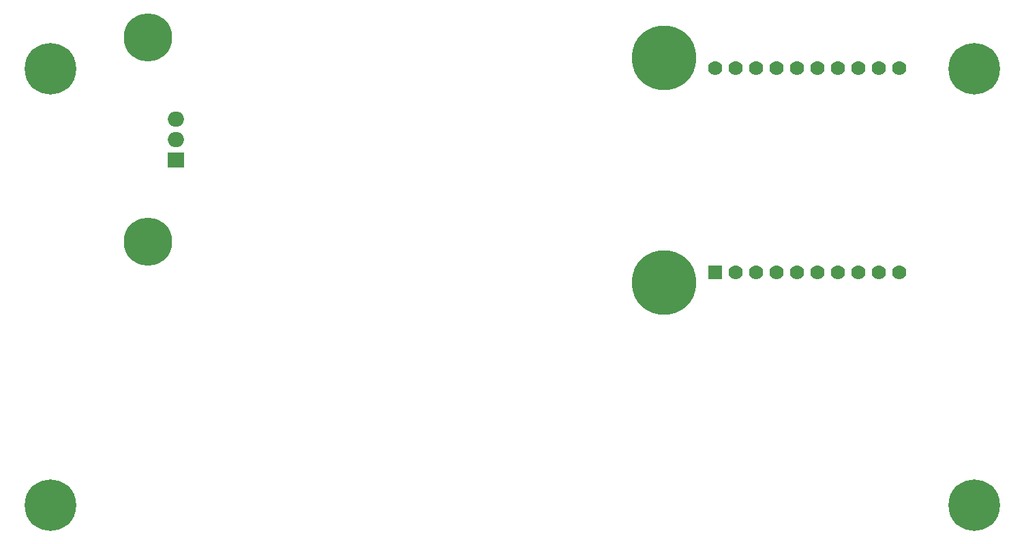
<source format=gbr>
%TF.GenerationSoftware,KiCad,Pcbnew,(7.0.0)*%
%TF.CreationDate,2024-01-21T10:40:48+01:00*%
%TF.ProjectId,bed-smart-plug,6265642d-736d-4617-9274-2d706c75672e,rev?*%
%TF.SameCoordinates,Original*%
%TF.FileFunction,Copper,L2,Bot*%
%TF.FilePolarity,Positive*%
%FSLAX46Y46*%
G04 Gerber Fmt 4.6, Leading zero omitted, Abs format (unit mm)*
G04 Created by KiCad (PCBNEW (7.0.0)) date 2024-01-21 10:40:48*
%MOMM*%
%LPD*%
G01*
G04 APERTURE LIST*
%TA.AperFunction,ComponentPad*%
%ADD10C,8.000000*%
%TD*%
%TA.AperFunction,ComponentPad*%
%ADD11C,6.400000*%
%TD*%
%TA.AperFunction,ComponentPad*%
%ADD12C,6.000000*%
%TD*%
%TA.AperFunction,ComponentPad*%
%ADD13R,1.778000X1.778000*%
%TD*%
%TA.AperFunction,ComponentPad*%
%ADD14C,1.778000*%
%TD*%
%TA.AperFunction,ComponentPad*%
%ADD15R,2.000000X1.905000*%
%TD*%
%TA.AperFunction,ComponentPad*%
%ADD16O,2.000000X1.905000*%
%TD*%
G04 APERTURE END LIST*
D10*
%TO.P,,1*%
%TO.N,N/C*%
X168656000Y-54864000D03*
%TD*%
D11*
%TO.P,,1*%
%TO.N,N/C*%
X207146000Y-56279000D03*
%TD*%
D12*
%TO.P,HS1,1*%
%TO.N,N/C*%
X104521000Y-77724000D03*
X104521000Y-52324000D03*
%TD*%
D11*
%TO.P,,1*%
%TO.N,N/C*%
X92396000Y-56279000D03*
%TD*%
%TO.P,,1*%
%TO.N,N/C*%
X207146000Y-110529000D03*
%TD*%
D13*
%TO.P,U1,1,+5V*%
%TO.N,unconnected-(U1-+5V-Pad1)*%
X175005999Y-81533999D03*
D14*
%TO.P,U1,2,+3.3V_(out)*%
%TO.N,unconnected-(U1-+3.3V_(out)-Pad2)*%
X177546000Y-81534000D03*
%TO.P,U1,3,GND*%
%TO.N,unconnected-(U1-GND-Pad3)*%
X180086000Y-81534000D03*
%TO.P,U1,4,ESP_EN*%
%TO.N,unconnected-(U1-ESP_EN-Pad4)*%
X182626000Y-81534000D03*
%TO.P,U1,5,GPIO0*%
%TO.N,unconnected-(U1-GPIO0-Pad5)*%
X185166000Y-81534000D03*
%TO.P,U1,6,GPIO1*%
%TO.N,unconnected-(U1-GPIO1-Pad6)*%
X187706000Y-81534000D03*
%TO.P,U1,7,GPIO2*%
%TO.N,unconnected-(U1-GPIO2-Pad7)*%
X190246000Y-81534000D03*
%TO.P,U1,8,GPIO3*%
%TO.N,unconnected-(U1-GPIO3-Pad8)*%
X192786000Y-81534000D03*
%TO.P,U1,9,GPIO4*%
%TO.N,unconnected-(U1-GPIO4-Pad9)*%
X195326000Y-81534000D03*
%TO.P,U1,10,GPIO5*%
%TO.N,unconnected-(U1-GPIO5-Pad10)*%
X197866000Y-81534000D03*
%TO.P,U1,11,GPIO13*%
%TO.N,unconnected-(U1-GPIO13-Pad11)*%
X197866000Y-56134000D03*
%TO.P,U1,12,GPIO14*%
%TO.N,unconnected-(U1-GPIO14-Pad12)*%
X195326000Y-56134000D03*
%TO.P,U1,13,GPIO15*%
%TO.N,unconnected-(U1-GPIO15-Pad13)*%
X192786000Y-56134000D03*
%TO.P,U1,14,GPIO16*%
%TO.N,unconnected-(U1-GPIO16-Pad14)*%
X190246000Y-56134000D03*
%TO.P,U1,15,GPIO32*%
%TO.N,unconnected-(U1-GPIO32-Pad15)*%
X187706000Y-56134000D03*
%TO.P,U1,16,GPIO33*%
%TO.N,unconnected-(U1-GPIO33-Pad16)*%
X185166000Y-56134000D03*
%TO.P,U1,17,GPIO34*%
%TO.N,unconnected-(U1-GPIO34-Pad17)*%
X182626000Y-56134000D03*
%TO.P,U1,18,GPIO35*%
%TO.N,unconnected-(U1-GPIO35-Pad18)*%
X180086000Y-56134000D03*
%TO.P,U1,19,GPIO36*%
%TO.N,unconnected-(U1-GPIO36-Pad19)*%
X177546000Y-56134000D03*
%TO.P,U1,20,GPIO39*%
%TO.N,unconnected-(U1-GPIO39-Pad20)*%
X175006000Y-56134000D03*
%TD*%
D15*
%TO.P,Q1,1,A1*%
%TO.N,unconnected-(Q1-A1-Pad1)*%
X108005999Y-67563999D03*
D16*
%TO.P,Q1,2,A2*%
%TO.N,unconnected-(Q1-A2-Pad2)*%
X108005999Y-65023999D03*
%TO.P,Q1,3,G*%
%TO.N,unconnected-(Q1-G-Pad3)*%
X108005999Y-62483999D03*
%TD*%
D11*
%TO.P,,1*%
%TO.N,N/C*%
X92396000Y-110529000D03*
%TD*%
D10*
%TO.P,,1*%
%TO.N,N/C*%
X168656000Y-82804000D03*
%TD*%
M02*

</source>
